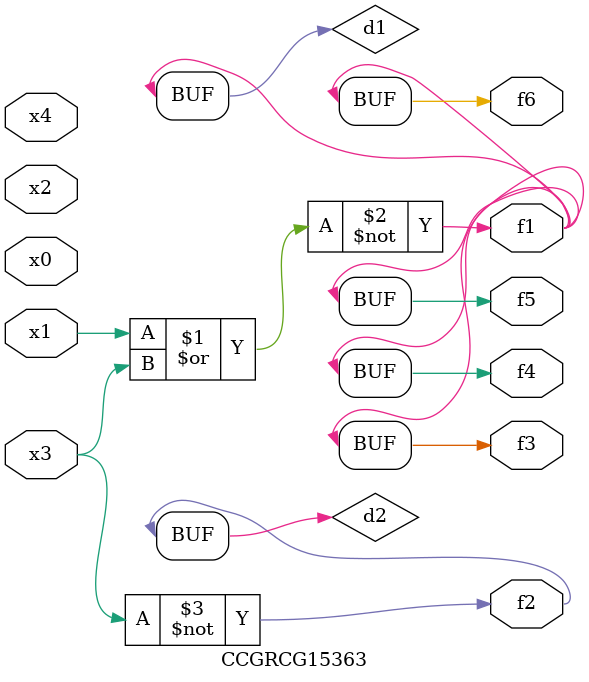
<source format=v>
module CCGRCG15363(
	input x0, x1, x2, x3, x4,
	output f1, f2, f3, f4, f5, f6
);

	wire d1, d2;

	nor (d1, x1, x3);
	not (d2, x3);
	assign f1 = d1;
	assign f2 = d2;
	assign f3 = d1;
	assign f4 = d1;
	assign f5 = d1;
	assign f6 = d1;
endmodule

</source>
